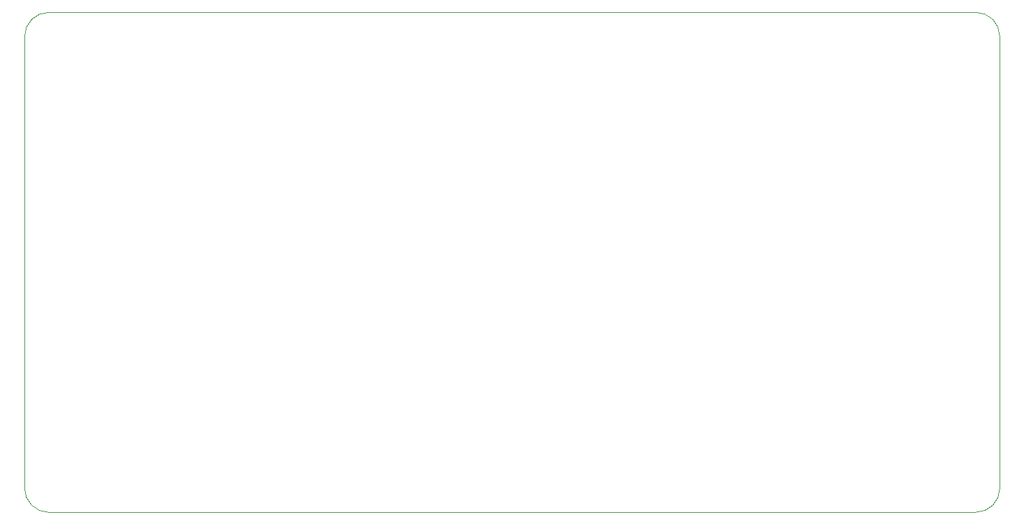
<source format=gbr>
G04 #@! TF.GenerationSoftware,KiCad,Pcbnew,(5.1.4)-1*
G04 #@! TF.CreationDate,2019-10-15T20:24:08+02:00*
G04 #@! TF.ProjectId,byggern,62796767-6572-46e2-9e6b-696361645f70,rev?*
G04 #@! TF.SameCoordinates,Original*
G04 #@! TF.FileFunction,Profile,NP*
%FSLAX46Y46*%
G04 Gerber Fmt 4.6, Leading zero omitted, Abs format (unit mm)*
G04 Created by KiCad (PCBNEW (5.1.4)-1) date 2019-10-15 20:24:08*
%MOMM*%
%LPD*%
G04 APERTURE LIST*
%ADD10C,0.050000*%
G04 APERTURE END LIST*
D10*
X87840000Y-77600000D02*
X87840000Y-134000000D01*
X209440000Y-134000000D02*
G75*
G02X206440000Y-137000000I-3000000J0D01*
G01*
X90840000Y-137000000D02*
G75*
G02X87840000Y-134000000I0J3000000D01*
G01*
X87840000Y-77600000D02*
G75*
G02X90840000Y-74600000I3000000J0D01*
G01*
X206440000Y-74600000D02*
G75*
G02X209440000Y-77600000I0J-3000000D01*
G01*
X206440000Y-74600000D02*
X90840000Y-74600000D01*
X209440000Y-134000000D02*
X209440000Y-77600000D01*
X90840000Y-137000000D02*
X206440000Y-137000000D01*
M02*

</source>
